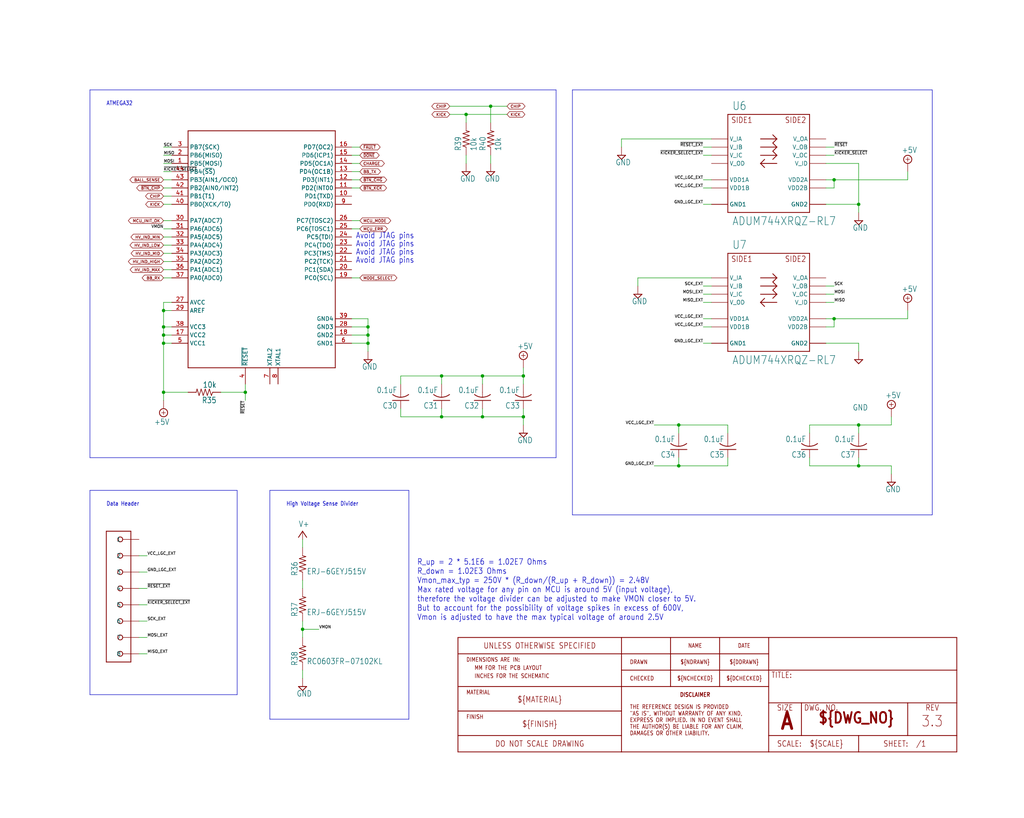
<source format=kicad_sch>
(kicad_sch (version 20230121) (generator eeschema)
  (paper "User" 318.084 254.203)
  (lib_symbols
    (symbol "kicker-eagle-import:ADUM744XRQZ-RL7"
      (property "Reference" "U" (at -11.43 19.05 0))
      (symbol "ADUM744XRQZ-RL7_1_0"
        (polyline (pts (xy -12.7 -12.7) (xy -12.7 17.78)) (stroke (width 0.254)))
        (polyline (pts (xy -12.7 17.78) (xy 12.7 17.78)) (stroke (width 0.254)))
        (polyline (pts (xy -2.54 2.54) (xy -1.27 1.27)) (stroke (width 0.254)))
        (polyline (pts (xy -2.54 2.54) (xy 2.54 2.54)) (stroke (width 0.254)))
        (polyline (pts (xy -2.54 5.08) (xy 2.54 5.08)) (stroke (width 0.254)))
        (polyline (pts (xy -2.54 7.62) (xy 2.54 7.62)) (stroke (width 0.254)))
        (polyline (pts (xy -2.54 10.16) (xy 2.54 10.16)) (stroke (width 0.254)))
        (polyline (pts (xy -1.27 3.81) (xy -2.54 2.54)) (stroke (width 0.254)))
        (polyline (pts (xy 1.27 6.35) (xy 2.54 5.08)) (stroke (width 0.254)))
        (polyline (pts (xy 1.27 8.89) (xy 2.54 7.62)) (stroke (width 0.254)))
        (polyline (pts (xy 1.27 11.43) (xy 2.54 10.16)) (stroke (width 0.254)))
        (polyline (pts (xy 2.54 5.08) (xy 1.27 3.81)) (stroke (width 0.254)))
        (polyline (pts (xy 2.54 7.62) (xy 1.27 6.35)) (stroke (width 0.254)))
        (polyline (pts (xy 2.54 10.16) (xy 1.27 8.89)) (stroke (width 0.254)))
        (polyline (pts (xy 12.7 -12.7) (xy -12.7 -12.7)) (stroke (width 0.254)))
        (polyline (pts (xy 12.7 17.78) (xy 12.7 -12.7)) (stroke (width 0.254)))
        (text "SIDE1" (at -11.684 14.986 0) (effects (font (size 1.778 1.5113)) (justify left bottom)))
        (text "SIDE2" (at 11.684 14.986 0) (effects (font (size 1.778 1.5113)) (justify right bottom)))
        (pin bidirectional line (at -17.78 -2.54 0) (length 5.08) (name "VDD1A") (number "1"))
        (pin bidirectional line (at 17.78 -5.08 180) (length 5.08) (name "VDD2B") (number "10"))
        (pin bidirectional line (at 17.78 2.54 180) (length 5.08) (name "V_ID") (number "11"))
        (pin bidirectional line (at 17.78 5.08 180) (length 5.08) (name "V_OC") (number "12"))
        (pin bidirectional line (at 17.78 7.62 180) (length 5.08) (name "V_OB") (number "13"))
        (pin bidirectional line (at 17.78 10.16 180) (length 5.08) (name "V_OA") (number "14"))
        (pin bidirectional line (at 17.78 -10.16 180) (length 5.08) (name "GND2") (number "15"))
        (pin bidirectional line (at 17.78 -2.54 180) (length 5.08) (name "VDD2A") (number "16"))
        (pin bidirectional line (at -17.78 -10.16 0) (length 5.08) (name "GND1") (number "2"))
        (pin bidirectional line (at -17.78 10.16 0) (length 5.08) (name "V_IA") (number "3"))
        (pin bidirectional line (at -17.78 7.62 0) (length 5.08) (name "V_IB") (number "4"))
        (pin bidirectional line (at -17.78 5.08 0) (length 5.08) (name "V_IC") (number "5"))
        (pin bidirectional line (at -17.78 2.54 0) (length 5.08) (name "V_OD") (number "6"))
        (pin bidirectional line (at -17.78 -5.08 0) (length 5.08) (name "VDD1B") (number "7"))
        (pin bidirectional line (at -17.78 -10.16 0) (length 5.08) (name "GND1") (number "8"))
        (pin bidirectional line (at 17.78 -10.16 180) (length 5.08) (name "GND2") (number "9"))
      )
    )
    (symbol "kicker-eagle-import:AT32ATQFP44"
      (symbol "AT32ATQFP44_1_0"
        (polyline (pts (xy -22.86 -35.56) (xy 22.86 -35.56)) (stroke (width 0.254)))
        (polyline (pts (xy -22.86 38.1) (xy -22.86 -35.56)) (stroke (width 0.254)))
        (polyline (pts (xy 22.86 -35.56) (xy 22.86 38.1)) (stroke (width 0.254)))
        (polyline (pts (xy 22.86 38.1) (xy -22.86 38.1)) (stroke (width 0.254)))
        (pin bidirectional line (at 27.94 -25.4 180) (length 5.08) (name "PB5(MOSI)") (number "1"))
        (pin bidirectional line (at -27.94 -15.24 0) (length 5.08) (name "PD1(TXD)") (number "10"))
        (pin bidirectional line (at -27.94 -17.78 0) (length 5.08) (name "PD2(INT00") (number "11"))
        (pin bidirectional line (at -27.94 -20.32 0) (length 5.08) (name "PD3(INT1)") (number "12"))
        (pin bidirectional line (at -27.94 -22.86 0) (length 5.08) (name "PD4(OC1B)") (number "13"))
        (pin bidirectional line (at -27.94 -25.4 0) (length 5.08) (name "PD5(OC1A)") (number "14"))
        (pin bidirectional line (at -27.94 -27.94 0) (length 5.08) (name "PD6(ICP1)") (number "15"))
        (pin bidirectional line (at -27.94 -30.48 0) (length 5.08) (name "PD7(OC2)") (number "16"))
        (pin bidirectional line (at 27.94 27.94 180) (length 5.08) (name "VCC2") (number "17"))
        (pin bidirectional line (at -27.94 27.94 0) (length 5.08) (name "GND2") (number "18"))
        (pin bidirectional line (at -27.94 10.16 0) (length 5.08) (name "PC0(SCL)") (number "19"))
        (pin bidirectional line (at 27.94 -27.94 180) (length 5.08) (name "PB6(MISO)") (number "2"))
        (pin bidirectional line (at -27.94 7.62 0) (length 5.08) (name "PC1(SDA)") (number "20"))
        (pin bidirectional line (at -27.94 5.08 0) (length 5.08) (name "PC2(TCK)") (number "21"))
        (pin bidirectional line (at -27.94 2.54 0) (length 5.08) (name "PC3(TMS)") (number "22"))
        (pin bidirectional line (at -27.94 0 0) (length 5.08) (name "PC4(TDO)") (number "23"))
        (pin bidirectional line (at -27.94 -2.54 0) (length 5.08) (name "PC5(TDI)") (number "24"))
        (pin bidirectional line (at -27.94 -5.08 0) (length 5.08) (name "PC6(TOSC1)") (number "25"))
        (pin bidirectional line (at -27.94 -7.62 0) (length 5.08) (name "PC7(TOSC2)") (number "26"))
        (pin bidirectional line (at 27.94 17.78 180) (length 5.08) (name "AVCC") (number "27"))
        (pin bidirectional line (at -27.94 25.4 0) (length 5.08) (name "GND3") (number "28"))
        (pin bidirectional line (at 27.94 20.32 180) (length 5.08) (name "AREF") (number "29"))
        (pin bidirectional line (at 27.94 -30.48 180) (length 5.08) (name "PB7(SCK)") (number "3"))
        (pin bidirectional line (at 27.94 -7.62 180) (length 5.08) (name "PA7(ADC7)") (number "30"))
        (pin bidirectional line (at 27.94 -5.08 180) (length 5.08) (name "PA6(ADC6)") (number "31"))
        (pin bidirectional line (at 27.94 -2.54 180) (length 5.08) (name "PA5(ADC5)") (number "32"))
        (pin bidirectional line (at 27.94 0 180) (length 5.08) (name "PA4(ADC4)") (number "33"))
        (pin bidirectional line (at 27.94 2.54 180) (length 5.08) (name "PA3(ADC3)") (number "34"))
        (pin bidirectional line (at 27.94 5.08 180) (length 5.08) (name "PA2(ADC2)") (number "35"))
        (pin bidirectional line (at 27.94 7.62 180) (length 5.08) (name "PA1(ADC1)") (number "36"))
        (pin bidirectional line (at 27.94 10.16 180) (length 5.08) (name "PA0(ADC0)") (number "37"))
        (pin bidirectional line (at 27.94 25.4 180) (length 5.08) (name "VCC3") (number "38"))
        (pin bidirectional line (at -27.94 22.86 0) (length 5.08) (name "GND4") (number "39"))
        (pin bidirectional line (at 5.08 43.18 270) (length 5.08) (name "~{RESET}") (number "4"))
        (pin bidirectional line (at 27.94 -12.7 180) (length 5.08) (name "PB0(XCK/T0)") (number "40"))
        (pin bidirectional line (at 27.94 -15.24 180) (length 5.08) (name "PB1(T1)") (number "41"))
        (pin bidirectional line (at 27.94 -17.78 180) (length 5.08) (name "PB2(AIN0/INT2)") (number "42"))
        (pin bidirectional line (at 27.94 -20.32 180) (length 5.08) (name "PB3(AIN1/OC0)") (number "43"))
        (pin bidirectional line (at 27.94 -22.86 180) (length 5.08) (name "PB4(~{SS})") (number "44"))
        (pin bidirectional line (at 27.94 30.48 180) (length 5.08) (name "VCC1") (number "5"))
        (pin bidirectional line (at -27.94 30.48 0) (length 5.08) (name "GND1") (number "6"))
        (pin bidirectional line (at -2.54 43.18 270) (length 5.08) (name "XTAL2") (number "7"))
        (pin bidirectional line (at -5.08 43.18 270) (length 5.08) (name "XTAL1") (number "8"))
        (pin bidirectional line (at -27.94 -12.7 0) (length 5.08) (name "PD0(RXD)") (number "9"))
      )
    )
    (symbol "kicker-eagle-import:GND" (power)
      (property "Value" "GND" (at -1.905 -3.175 0))
      (symbol "GND_1_0"
        (polyline (pts (xy -1.27 0) (xy 1.27 0)) (stroke (width 0.254)))
        (polyline (pts (xy 0 -1.27) (xy -1.27 0)) (stroke (width 0.254)))
        (polyline (pts (xy 1.27 0) (xy 0 -1.27)) (stroke (width 0.254)))
        (pin power_in line (at 0 2.54 270) (length 2.54) (name "GND") (number "1"))
      )
    )
    (symbol "kicker-eagle-import:HFW8R-1ST"
      (symbol "HFW8R-1ST_1_0"
        (circle (center -0.762 -17.78) (radius 0.762) (stroke (width 0.254)))
        (circle (center -0.762 -12.7) (radius 0.762) (stroke (width 0.254)))
        (circle (center -0.762 -7.62) (radius 0.762) (stroke (width 0.254)))
        (circle (center -0.762 -2.54) (radius 0.762) (stroke (width 0.254)))
        (circle (center -0.762 2.54) (radius 0.762) (stroke (width 0.254)))
        (circle (center -0.762 7.62) (radius 0.762) (stroke (width 0.254)))
        (circle (center -0.762 12.7) (radius 0.762) (stroke (width 0.254)))
        (circle (center -0.762 17.78) (radius 0.762) (stroke (width 0.254)))
        (polyline (pts (xy -5.08 -20.32) (xy 2.54 -20.32)) (stroke (width 0.254)))
        (polyline (pts (xy -5.08 20.32) (xy -5.08 -20.32)) (stroke (width 0.254)))
        (polyline (pts (xy 2.54 -20.32) (xy 2.54 20.32)) (stroke (width 0.254)))
        (polyline (pts (xy 2.54 20.32) (xy -5.08 20.32)) (stroke (width 0.254)))
        (pin passive line (at 5.08 17.78 180) (length 5.08) (name "1") (number "1"))
        (pin passive line (at 5.08 12.7 180) (length 5.08) (name "2") (number "2"))
        (pin passive line (at 5.08 7.62 180) (length 5.08) (name "3") (number "3"))
        (pin passive line (at 5.08 2.54 180) (length 5.08) (name "4") (number "4"))
        (pin passive line (at 5.08 -2.54 180) (length 5.08) (name "5") (number "5"))
        (pin passive line (at 5.08 -7.62 180) (length 5.08) (name "6") (number "6"))
        (pin passive line (at 5.08 -12.7 180) (length 5.08) (name "7") (number "7"))
        (pin passive line (at 5.08 -17.78 180) (length 5.08) (name "8") (number "8"))
      )
      (symbol "HFW8R-1ST_2_0"
        (pin passive line (at -2.54 -2.54 90) (length 2.54) (name "LEG1") (number "LEG1"))
        (pin passive line (at 2.54 -2.54 90) (length 2.54) (name "LEG2") (number "LEG2"))
      )
    )
    (symbol "kicker-eagle-import:RO_FRAME_A_L_20161226"
      (symbol "RO_FRAME_A_L_20161226_1_0"
        (polyline (pts (xy 0 43.18) (xy 3.81 43.18)))
        (polyline (pts (xy 0 86.36) (xy 3.81 86.36)))
        (polyline (pts (xy 0 129.54) (xy 3.81 129.54)))
        (polyline (pts (xy 0 172.72) (xy 3.81 172.72)))
        (polyline (pts (xy 3.81 3.81) (xy 3.81 212.09)))
        (polyline (pts (xy 46.5667 0) (xy 46.5667 3.81)))
        (polyline (pts (xy 93.1333 0) (xy 93.1333 3.81)))
        (polyline (pts (xy 139.7 0) (xy 139.7 3.81)))
        (polyline (pts (xy 186.2667 0) (xy 186.2667 3.81)))
        (polyline (pts (xy 232.8333 0) (xy 232.8333 3.81)))
        (polyline (pts (xy 275.59 212.09) (xy 3.81 212.09)))
        (polyline (pts (xy 0 0) (xy 279.4 0) (xy 279.4 215.9) (xy 0 215.9) (xy 0 0)))
        (text "1" (at 23.2833 213.995 0) (effects (font (size 2.54 2.286))))
        (text "2" (at 69.85 213.995 0) (effects (font (size 2.54 2.286))))
        (text "3" (at 116.4167 213.995 0) (effects (font (size 2.54 2.286))))
        (text "4" (at 162.9833 213.995 0) (effects (font (size 2.54 2.286))))
        (text "5" (at 209.55 213.995 0) (effects (font (size 2.54 2.286))))
        (text "6" (at 256.1167 213.995 0) (effects (font (size 2.54 2.286))))
        (text "A" (at 1.905 194.31 0) (effects (font (size 2.54 2.286))))
        (text "B" (at 1.905 151.13 0) (effects (font (size 2.54 2.286))))
        (text "C" (at 1.905 107.95 0) (effects (font (size 2.54 2.286))))
        (text "D" (at 1.905 64.77 0) (effects (font (size 2.54 2.286))))
        (text "E" (at 1.905 21.59 0) (effects (font (size 2.54 2.286))))
      )
      (symbol "RO_FRAME_A_L_20161226_2_0"
        (polyline (pts (xy 0 0) (xy 0 5.08)) (stroke (width 0.254)))
        (polyline (pts (xy 0 5.08) (xy 0 12.7)) (stroke (width 0.254)))
        (polyline (pts (xy 0 12.7) (xy 0 20.32)) (stroke (width 0.254)))
        (polyline (pts (xy 0 12.7) (xy 50.8 12.7)) (stroke (width 0.254)))
        (polyline (pts (xy 0 20.32) (xy 0 30.48)) (stroke (width 0.254)))
        (polyline (pts (xy 0 30.48) (xy 0 35.56)) (stroke (width 0.254)))
        (polyline (pts (xy 0 30.48) (xy 50.8 30.48)) (stroke (width 0.254)))
        (polyline (pts (xy 0 35.56) (xy 50.8 35.56)) (stroke (width 0.254)))
        (polyline (pts (xy 50.8 0) (xy 0 0)) (stroke (width 0.254)))
        (polyline (pts (xy 50.8 5.08) (xy 0 5.08)) (stroke (width 0.254)))
        (polyline (pts (xy 50.8 5.08) (xy 50.8 0)) (stroke (width 0.254)))
        (polyline (pts (xy 50.8 12.7) (xy 50.8 5.08)) (stroke (width 0.254)))
        (polyline (pts (xy 50.8 20.32) (xy 0 20.32)) (stroke (width 0.254)))
        (polyline (pts (xy 50.8 20.32) (xy 50.8 12.7)) (stroke (width 0.254)))
        (polyline (pts (xy 50.8 20.32) (xy 50.8 25.4)) (stroke (width 0.254)))
        (polyline (pts (xy 50.8 25.4) (xy 50.8 30.48)) (stroke (width 0.254)))
        (polyline (pts (xy 50.8 25.4) (xy 96.52 25.4)) (stroke (width 0.254)))
        (polyline (pts (xy 50.8 30.48) (xy 96.52 30.48)) (stroke (width 0.254)))
        (polyline (pts (xy 50.8 35.56) (xy 50.8 30.48)) (stroke (width 0.254)))
        (polyline (pts (xy 50.8 35.56) (xy 66.04 35.56)) (stroke (width 0.254)))
        (polyline (pts (xy 66.04 20.32) (xy 50.8 20.32)) (stroke (width 0.254)))
        (polyline (pts (xy 66.04 35.56) (xy 66.04 20.32)) (stroke (width 0.254)))
        (polyline (pts (xy 66.04 35.56) (xy 81.28 35.56)) (stroke (width 0.254)))
        (polyline (pts (xy 81.28 20.32) (xy 66.04 20.32)) (stroke (width 0.254)))
        (polyline (pts (xy 81.28 35.56) (xy 81.28 20.32)) (stroke (width 0.254)))
        (polyline (pts (xy 81.28 35.56) (xy 96.52 35.56)) (stroke (width 0.254)))
        (polyline (pts (xy 96.52 0) (xy 50.8 0)) (stroke (width 0.254)))
        (polyline (pts (xy 96.52 0) (xy 96.52 5.08)) (stroke (width 0.254)))
        (polyline (pts (xy 96.52 5.08) (xy 96.52 15.24)) (stroke (width 0.254)))
        (polyline (pts (xy 96.52 5.08) (xy 106.68 5.08)) (stroke (width 0.254)))
        (polyline (pts (xy 96.52 15.24) (xy 96.52 20.32)) (stroke (width 0.254)))
        (polyline (pts (xy 96.52 15.24) (xy 106.68 15.24)) (stroke (width 0.254)))
        (polyline (pts (xy 96.52 20.32) (xy 81.28 20.32)) (stroke (width 0.254)))
        (polyline (pts (xy 96.52 20.32) (xy 96.52 25.4)) (stroke (width 0.254)))
        (polyline (pts (xy 96.52 25.4) (xy 96.52 30.48)) (stroke (width 0.254)))
        (polyline (pts (xy 96.52 25.4) (xy 154.94 25.4)) (stroke (width 0.254)))
        (polyline (pts (xy 96.52 30.48) (xy 96.52 35.56)) (stroke (width 0.254)))
        (polyline (pts (xy 96.52 35.56) (xy 154.94 35.56)) (stroke (width 0.254)))
        (polyline (pts (xy 106.68 5.08) (xy 124.46 5.08)) (stroke (width 0.254)))
        (polyline (pts (xy 106.68 15.24) (xy 106.68 5.08)) (stroke (width 0.254)))
        (polyline (pts (xy 106.68 15.24) (xy 139.7 15.24)) (stroke (width 0.254)))
        (polyline (pts (xy 124.46 0) (xy 96.52 0)) (stroke (width 0.254)))
        (polyline (pts (xy 124.46 5.08) (xy 124.46 0)) (stroke (width 0.254)))
        (polyline (pts (xy 124.46 5.08) (xy 139.7 5.08)) (stroke (width 0.254)))
        (polyline (pts (xy 139.7 5.08) (xy 154.94 5.08)) (stroke (width 0.254)))
        (polyline (pts (xy 139.7 15.24) (xy 139.7 5.08)) (stroke (width 0.254)))
        (polyline (pts (xy 139.7 15.24) (xy 154.94 15.24)) (stroke (width 0.254)))
        (polyline (pts (xy 154.94 0) (xy 124.46 0)) (stroke (width 0.254)))
        (polyline (pts (xy 154.94 5.08) (xy 154.94 0)) (stroke (width 0.254)))
        (polyline (pts (xy 154.94 15.24) (xy 154.94 5.08)) (stroke (width 0.254)))
        (polyline (pts (xy 154.94 25.4) (xy 154.94 15.24)) (stroke (width 0.254)))
        (polyline (pts (xy 154.94 35.56) (xy 154.94 25.4)) (stroke (width 0.254)))
        (text "${#}/${##}" (at 142.24 2.54 0) (effects (font (size 1.778 1.5113)) (justify left)))
        (text "${DCHECKED}" (at 88.9 22.86 0) (effects (font (size 1.27 1.0795))))
        (text "${DDRAWN}" (at 88.9 27.94 0) (effects (font (size 1.27 1.0795))))
        (text "${DWG_NO}" (at 111.76 8.636 0) (effects (font (size 3.302 2.8067) (thickness 0.5613) bold) (justify left bottom)))
        (text "${FINISH}" (at 25.4 7.62 0) (effects (font (size 1.778 1.5113)) (justify bottom)))
        (text "${MATERIAL}" (at 25.4 15.24 0) (effects (font (size 1.778 1.5113)) (justify bottom)))
        (text "${NCHECKED}" (at 73.66 22.86 0) (effects (font (size 1.27 1.0795))))
        (text "${NDRAWN}" (at 73.66 27.94 0) (effects (font (size 1.27 1.0795))))
        (text "${REV}" (at 147.32 7.62 0) (effects (font (size 3.302 2.8067)) (justify bottom)))
        (text "${SCALE}" (at 109.22 2.54 0) (effects (font (size 1.778 1.5113)) (justify left)))
        (text "${TITLE}" (at 104.14 20.32 0) (effects (font (size 3.302 2.8067)) (justify left)))
        (text "A" (at 99.822 6.604 0) (effects (font (size 5.08 4.318) (thickness 0.8636) bold) (justify left bottom)))
        (text "CHECKED" (at 53.34 22.86 0) (effects (font (size 1.27 1.0795)) (justify left)))
        (text "DATE" (at 88.9 33.02 0) (effects (font (size 1.27 1.0795))))
        (text "DIMENSIONS ARE IN:" (at 2.54 27.94 0) (effects (font (size 1.27 1.0795)) (justify left bottom)))
        (text "DISCLAIMER" (at 73.66 17.78 0) (effects (font (size 1.27 1.0795) (thickness 0.2159) bold)))
        (text "DO NOT SCALE DRAWING" (at 25.4 2.54 0) (effects (font (size 1.778 1.5113))))
        (text "DRAWN" (at 53.34 27.94 0) (effects (font (size 1.27 1.0795)) (justify left)))
        (text "DWG. NO." (at 107.442 12.7 0) (effects (font (size 1.778 1.5113)) (justify left bottom)))
        (text "FINISH" (at 2.54 10.16 0) (effects (font (size 1.27 1.0795)) (justify left bottom)))
        (text "INCHES FOR THE SCHEMATIC" (at 5.08 22.86 0) (effects (font (size 1.27 1.0795)) (justify left bottom)))
        (text "MATERIAL" (at 2.54 17.78 0) (effects (font (size 1.27 1.0795)) (justify left bottom)))
        (text "MM FOR THE PCB LAYOUT" (at 5.08 25.4 0) (effects (font (size 1.27 1.0795)) (justify left bottom)))
        (text "NAME" (at 73.66 33.02 0) (effects (font (size 1.27 1.0795))))
        (text "REV" (at 147.32 12.7 0) (effects (font (size 1.778 1.5113)) (justify bottom)))
        (text "SCALE:" (at 99.06 2.54 0) (effects (font (size 1.778 1.5113)) (justify left)))
        (text "SHEET:" (at 132.08 2.54 0) (effects (font (size 1.778 1.5113)) (justify left)))
        (text "SIZE" (at 101.6 12.7 0) (effects (font (size 1.778 1.5113)) (justify bottom)))
        (text "THE REFERENCE DESIGN IS PROVIDED\n\"AS IS\", WITHOUT WARRANTY OF ANY KIND,\nEXPRESS OR IMPLIED. IN NO EVENT SHALL\nTHE AUTHOR(S) BE LIABLE FOR ANY CLAIM,\nDAMAGES OR OTHER LIABILITY." (at 53.34 5.08 0) (effects (font (size 1.27 1.0795)) (justify left bottom)))
        (text "TITLE:" (at 97.282 22.86 0) (effects (font (size 1.778 1.5113)) (justify left bottom)))
        (text "UNLESS OTHERWISE SPECIFIED" (at 25.4 33.02 0) (effects (font (size 1.778 1.5113))))
      )
    )
    (symbol "kicker-eagle-import:V+" (power)
      (property "Value" "V+" (at -1.27 1.27 0))
      (symbol "V+_1_0"
        (polyline (pts (xy 0 0) (xy -1.27 -1.905)) (stroke (width 0.254)))
        (polyline (pts (xy 1.27 -1.905) (xy 0 0)) (stroke (width 0.254)))
        (pin power_in line (at 0 -2.54 90) (length 2.54) (name "V+") (number "1"))
      )
    )
    (symbol "kicker-eagle-import:rcl_C-USC0603"
      (property "Reference" "C" (at 1.016 0.635 0))
      (symbol "rcl_C-USC0603_1_0"
        (arc (start 0 -1.0161) (mid -1.302 -1.2303) (end -2.4668 -1.8504) (stroke (width 0.254)))
        (polyline (pts (xy -2.54 0) (xy 2.54 0)) (stroke (width 0.254)))
        (polyline (pts (xy 0 -1.016) (xy 0 -2.54)) (stroke (width 0.1524)))
        (arc (start 2.4892 -1.8541) (mid 1.3158 -1.2194) (end 0 -1) (stroke (width 0.254)))
        (pin passive line (at 0 2.54 270) (length 2.54) (name "1") (number "1"))
        (pin passive line (at 0 -5.08 90) (length 2.54) (name "2") (number "2"))
      )
    )
    (symbol "kicker-eagle-import:rcl_R-US_R0603"
      (property "Reference" "R" (at -3.81 1.4986 0))
      (symbol "rcl_R-US_R0603_1_0"
        (polyline (pts (xy -2.54 0) (xy -2.159 1.016)) (stroke (width 0.2032)))
        (polyline (pts (xy -2.159 1.016) (xy -1.524 -1.016)) (stroke (width 0.2032)))
        (polyline (pts (xy -1.524 -1.016) (xy -0.889 1.016)) (stroke (width 0.2032)))
        (polyline (pts (xy -0.889 1.016) (xy -0.254 -1.016)) (stroke (width 0.2032)))
        (polyline (pts (xy -0.254 -1.016) (xy 0.381 1.016)) (stroke (width 0.2032)))
        (polyline (pts (xy 0.381 1.016) (xy 1.016 -1.016)) (stroke (width 0.2032)))
        (polyline (pts (xy 1.016 -1.016) (xy 1.651 1.016)) (stroke (width 0.2032)))
        (polyline (pts (xy 1.651 1.016) (xy 2.286 -1.016)) (stroke (width 0.2032)))
        (polyline (pts (xy 2.286 -1.016) (xy 2.54 0)) (stroke (width 0.2032)))
        (pin passive line (at -5.08 0 0) (length 2.54) (name "1") (number "1"))
        (pin passive line (at 5.08 0 180) (length 2.54) (name "2") (number "2"))
      )
    )
    (symbol "kicker-eagle-import:rcl_R-US_R0805"
      (property "Reference" "R" (at -3.81 1.4986 0))
      (symbol "rcl_R-US_R0805_1_0"
        (polyline (pts (xy -2.54 0) (xy -2.159 1.016)) (stroke (width 0.2032)))
        (polyline (pts (xy -2.159 1.016) (xy -1.524 -1.016)) (stroke (width 0.2032)))
        (polyline (pts (xy -1.524 -1.016) (xy -0.889 1.016)) (stroke (width 0.2032)))
        (polyline (pts (xy -0.889 1.016) (xy -0.254 -1.016)) (stroke (width 0.2032)))
        (polyline (pts (xy -0.254 -1.016) (xy 0.381 1.016)) (stroke (width 0.2032)))
        (polyline (pts (xy 0.381 1.016) (xy 1.016 -1.016)) (stroke (width 0.2032)))
        (polyline (pts (xy 1.016 -1.016) (xy 1.651 1.016)) (stroke (width 0.2032)))
        (polyline (pts (xy 1.651 1.016) (xy 2.286 -1.016)) (stroke (width 0.2032)))
        (polyline (pts (xy 2.286 -1.016) (xy 2.54 0)) (stroke (width 0.2032)))
        (pin passive line (at -5.08 0 0) (length 2.54) (name "1") (number "1"))
        (pin passive line (at 5.08 0 180) (length 2.54) (name "2") (number "2"))
      )
    )
    (symbol "kicker-eagle-import:supply2_+5V" (power)
      (property "Value" "supply2_+5V" (at -1.905 3.175 0))
      (symbol "supply2_+5V_1_0"
        (polyline (pts (xy -0.635 1.27) (xy 0.635 1.27)) (stroke (width 0.1524)))
        (polyline (pts (xy 0 0.635) (xy 0 1.905)) (stroke (width 0.1524)))
        (circle (center 0 1.27) (radius 1.27) (stroke (width 0.254)))
        (pin power_in line (at 0 -2.54 90) (length 2.54) (name "+5V") (number "1"))
      )
    )
  )
  (junction (at 210.82 144.78))
  (junction (at 114.3 104.14))
  (junction (at 266.7 63.5))
  (junction (at 114.3 101.6))
  (junction (at 137.16 129.54))
  (junction (at 50.8 121.92))
  (junction (at 144.78 35.56))
  (junction (at 50.8 104.14))
  (junction (at 114.3 106.68))
  (junction (at 259.08 55.88))
  (junction (at 259.08 99.06))
  (junction (at 266.7 144.78))
  (junction (at 93.98 195.58))
  (junction (at 210.82 132.08))
  (junction (at 162.56 116.84))
  (junction (at 149.86 116.84))
  (junction (at 50.8 96.52))
  (junction (at 50.8 106.68))
  (junction (at 50.8 101.6))
  (junction (at 76.2 121.92))
  (junction (at 266.7 132.08))
  (junction (at 149.86 129.54))
  (junction (at 152.4 33.02))
  (junction (at 162.56 129.54))
  (junction (at 137.16 116.84))
  (wire (pts (xy 93.98 208.28) (xy 93.98 210.82)) (stroke (width 0.1524)))
  (polyline (pts (xy 172.72 27.94) (xy 27.94 27.94)) (stroke (width 0.1524) (type solid)))
  (wire (pts (xy 144.78 38.1) (xy 144.78 35.56)) (stroke (width 0.1524)))
  (wire (pts (xy 144.78 35.56) (xy 139.7 35.56)) (stroke (width 0.1524)))
  (wire (pts (xy 50.8 96.52) (xy 50.8 101.6)) (stroke (width 0.1524)))
  (wire (pts (xy 109.22 58.42) (xy 111.76 58.42)) (stroke (width 0.1524)))
  (wire (pts (xy 251.46 132.08) (xy 266.7 132.08)) (stroke (width 0.1524)))
  (wire (pts (xy 259.08 55.88) (xy 281.94 55.88)) (stroke (width 0.1524)))
  (wire (pts (xy 109.22 45.72) (xy 111.76 45.72)) (stroke (width 0.1524)))
  (wire (pts (xy 93.98 195.58) (xy 99.06 195.58)) (stroke (width 0.1524)))
  (wire (pts (xy 114.3 106.68) (xy 114.3 104.14)) (stroke (width 0.1524)))
  (wire (pts (xy 281.94 55.88) (xy 281.94 53.34)) (stroke (width 0.1524)))
  (wire (pts (xy 149.86 127) (xy 149.86 129.54)) (stroke (width 0.1524)))
  (wire (pts (xy 266.7 109.22) (xy 266.7 106.68)) (stroke (width 0.1524)))
  (wire (pts (xy 50.8 106.68) (xy 50.8 121.92)) (stroke (width 0.1524)))
  (wire (pts (xy 137.16 119.38) (xy 137.16 116.84)) (stroke (width 0.1524)))
  (wire (pts (xy 109.22 104.14) (xy 114.3 104.14)) (stroke (width 0.1524)))
  (wire (pts (xy 53.34 104.14) (xy 50.8 104.14)) (stroke (width 0.1524)))
  (wire (pts (xy 53.34 45.72) (xy 50.8 45.72)) (stroke (width 0.1524)))
  (wire (pts (xy 152.4 38.1) (xy 152.4 33.02)) (stroke (width 0.1524)))
  (wire (pts (xy 162.56 116.84) (xy 162.56 119.38)) (stroke (width 0.1524)))
  (wire (pts (xy 53.34 50.8) (xy 50.8 50.8)) (stroke (width 0.1524)))
  (wire (pts (xy 220.98 99.06) (xy 218.44 99.06)) (stroke (width 0.1524)))
  (wire (pts (xy 137.16 129.54) (xy 149.86 129.54)) (stroke (width 0.1524)))
  (wire (pts (xy 162.56 116.84) (xy 162.56 114.3)) (stroke (width 0.1524)))
  (wire (pts (xy 53.34 101.6) (xy 50.8 101.6)) (stroke (width 0.1524)))
  (wire (pts (xy 124.46 119.38) (xy 124.46 116.84)) (stroke (width 0.1524)))
  (wire (pts (xy 210.82 142.24) (xy 210.82 144.78)) (stroke (width 0.1524)))
  (wire (pts (xy 93.98 170.18) (xy 93.98 167.64)) (stroke (width 0.1524)))
  (polyline (pts (xy 289.56 27.94) (xy 177.8 27.94)) (stroke (width 0.1524) (type solid)))
  (wire (pts (xy 43.18 187.96) (xy 45.72 187.96)) (stroke (width 0.1524)))
  (wire (pts (xy 266.7 63.5) (xy 256.54 63.5)) (stroke (width 0.1524)))
  (wire (pts (xy 266.7 134.62) (xy 266.7 132.08)) (stroke (width 0.1524)))
  (wire (pts (xy 43.18 177.8) (xy 45.72 177.8)) (stroke (width 0.1524)))
  (wire (pts (xy 114.3 99.06) (xy 114.3 101.6)) (stroke (width 0.1524)))
  (polyline (pts (xy 172.72 142.24) (xy 172.72 27.94)) (stroke (width 0.1524) (type solid)))
  (polyline (pts (xy 73.66 215.9) (xy 73.66 152.4)) (stroke (width 0.1524) (type solid)))
  (wire (pts (xy 149.86 119.38) (xy 149.86 116.84)) (stroke (width 0.1524)))
  (wire (pts (xy 114.3 109.22) (xy 114.3 106.68)) (stroke (width 0.1524)))
  (wire (pts (xy 137.16 116.84) (xy 149.86 116.84)) (stroke (width 0.1524)))
  (wire (pts (xy 50.8 101.6) (xy 50.8 104.14)) (stroke (width 0.1524)))
  (wire (pts (xy 226.06 144.78) (xy 210.82 144.78)) (stroke (width 0.1524)))
  (wire (pts (xy 109.22 48.26) (xy 111.76 48.26)) (stroke (width 0.1524)))
  (wire (pts (xy 43.18 172.72) (xy 45.72 172.72)) (stroke (width 0.1524)))
  (wire (pts (xy 45.72 203.2) (xy 43.18 203.2)) (stroke (width 0.1524)))
  (wire (pts (xy 76.2 121.92) (xy 76.2 119.38)) (stroke (width 0.1524)))
  (wire (pts (xy 53.34 106.68) (xy 50.8 106.68)) (stroke (width 0.1524)))
  (polyline (pts (xy 177.8 27.94) (xy 177.8 160.02)) (stroke (width 0.1524) (type solid)))
  (wire (pts (xy 43.18 198.12) (xy 45.72 198.12)) (stroke (width 0.1524)))
  (wire (pts (xy 162.56 127) (xy 162.56 129.54)) (stroke (width 0.1524)))
  (wire (pts (xy 53.34 93.98) (xy 50.8 93.98)) (stroke (width 0.1524)))
  (wire (pts (xy 109.22 86.36) (xy 111.76 86.36)) (stroke (width 0.1524)))
  (wire (pts (xy 53.34 63.5) (xy 50.8 63.5)) (stroke (width 0.1524)))
  (wire (pts (xy 220.98 101.6) (xy 218.44 101.6)) (stroke (width 0.1524)))
  (wire (pts (xy 152.4 48.26) (xy 152.4 50.8)) (stroke (width 0.1524)))
  (wire (pts (xy 53.34 58.42) (xy 50.8 58.42)) (stroke (width 0.1524)))
  (wire (pts (xy 53.34 86.36) (xy 50.8 86.36)) (stroke (width 0.1524)))
  (wire (pts (xy 50.8 93.98) (xy 50.8 96.52)) (stroke (width 0.1524)))
  (wire (pts (xy 281.94 99.06) (xy 281.94 96.52)) (stroke (width 0.1524)))
  (wire (pts (xy 259.08 99.06) (xy 281.94 99.06)) (stroke (width 0.1524)))
  (wire (pts (xy 45.72 182.88) (xy 43.18 182.88)) (stroke (width 0.1524)))
  (wire (pts (xy 152.4 33.02) (xy 157.48 33.02)) (stroke (width 0.1524)))
  (wire (pts (xy 53.34 71.12) (xy 50.8 71.12)) (stroke (width 0.1524)))
  (wire (pts (xy 109.22 68.58) (xy 111.76 68.58)) (stroke (width 0.1524)))
  (wire (pts (xy 124.46 116.84) (xy 137.16 116.84)) (stroke (width 0.1524)))
  (wire (pts (xy 276.86 132.08) (xy 276.86 129.54)) (stroke (width 0.1524)))
  (wire (pts (xy 266.7 144.78) (xy 276.86 144.78)) (stroke (width 0.1524)))
  (wire (pts (xy 93.98 195.58) (xy 93.98 198.12)) (stroke (width 0.1524)))
  (wire (pts (xy 50.8 104.14) (xy 50.8 106.68)) (stroke (width 0.1524)))
  (wire (pts (xy 152.4 33.02) (xy 139.7 33.02)) (stroke (width 0.1524)))
  (wire (pts (xy 93.98 193.04) (xy 93.98 195.58)) (stroke (width 0.1524)))
  (wire (pts (xy 266.7 142.24) (xy 266.7 144.78)) (stroke (width 0.1524)))
  (wire (pts (xy 109.22 53.34) (xy 111.76 53.34)) (stroke (width 0.1524)))
  (wire (pts (xy 220.98 58.42) (xy 218.44 58.42)) (stroke (width 0.1524)))
  (wire (pts (xy 220.98 63.5) (xy 218.44 63.5)) (stroke (width 0.1524)))
  (wire (pts (xy 50.8 121.92) (xy 50.8 124.46)) (stroke (width 0.1524)))
  (wire (pts (xy 259.08 99.06) (xy 259.08 101.6)) (stroke (width 0.1524)))
  (wire (pts (xy 53.34 78.74) (xy 50.8 78.74)) (stroke (width 0.1524)))
  (wire (pts (xy 53.34 55.88) (xy 50.8 55.88)) (stroke (width 0.1524)))
  (wire (pts (xy 109.22 106.68) (xy 114.3 106.68)) (stroke (width 0.1524)))
  (wire (pts (xy 251.46 144.78) (xy 266.7 144.78)) (stroke (width 0.1524)))
  (wire (pts (xy 220.98 45.72) (xy 218.44 45.72)) (stroke (width 0.1524)))
  (wire (pts (xy 256.54 48.26) (xy 259.08 48.26)) (stroke (width 0.1524)))
  (wire (pts (xy 256.54 93.98) (xy 259.08 93.98)) (stroke (width 0.1524)))
  (wire (pts (xy 109.22 99.06) (xy 114.3 99.06)) (stroke (width 0.1524)))
  (wire (pts (xy 53.34 76.2) (xy 50.8 76.2)) (stroke (width 0.1524)))
  (wire (pts (xy 276.86 144.78) (xy 276.86 147.32)) (stroke (width 0.1524)))
  (polyline (pts (xy 83.82 152.4) (xy 83.82 223.52)) (stroke (width 0.1524) (type solid)))
  (wire (pts (xy 220.98 86.36) (xy 198.12 86.36)) (stroke (width 0.1524)))
  (wire (pts (xy 114.3 104.14) (xy 114.3 101.6)) (stroke (width 0.1524)))
  (wire (pts (xy 109.22 50.8) (xy 111.76 50.8)) (stroke (width 0.1524)))
  (wire (pts (xy 256.54 99.06) (xy 259.08 99.06)) (stroke (width 0.1524)))
  (wire (pts (xy 76.2 121.92) (xy 76.2 124.46)) (stroke (width 0.1524)))
  (wire (pts (xy 259.08 58.42) (xy 259.08 55.88)) (stroke (width 0.1524)))
  (wire (pts (xy 53.34 81.28) (xy 50.8 81.28)) (stroke (width 0.1524)))
  (polyline (pts (xy 73.66 152.4) (xy 27.94 152.4)) (stroke (width 0.1524) (type solid)))
  (polyline (pts (xy 83.82 223.52) (xy 127 223.52)) (stroke (width 0.1524) (type solid)))
  (wire (pts (xy 251.46 142.24) (xy 251.46 144.78)) (stroke (width 0.1524)))
  (wire (pts (xy 266.7 132.08) (xy 276.86 132.08)) (stroke (width 0.1524)))
  (wire (pts (xy 193.04 43.18) (xy 193.04 45.72)) (stroke (width 0.1524)))
  (wire (pts (xy 53.34 48.26) (xy 50.8 48.26)) (stroke (width 0.1524)))
  (wire (pts (xy 198.12 86.36) (xy 198.12 88.9)) (stroke (width 0.1524)))
  (polyline (pts (xy 127 152.4) (xy 83.82 152.4)) (stroke (width 0.1524) (type solid)))
  (polyline (pts (xy 27.94 142.24) (xy 172.72 142.24)) (stroke (width 0.1524) (type solid)))
  (wire (pts (xy 251.46 134.62) (xy 251.46 132.08)) (stroke (width 0.1524)))
  (wire (pts (xy 109.22 55.88) (xy 111.76 55.88)) (stroke (width 0.1524)))
  (wire (pts (xy 266.7 106.68) (xy 256.54 106.68)) (stroke (width 0.1524)))
  (wire (pts (xy 226.06 132.08) (xy 210.82 132.08)) (stroke (width 0.1524)))
  (wire (pts (xy 149.86 116.84) (xy 162.56 116.84)) (stroke (width 0.1524)))
  (wire (pts (xy 226.06 134.62) (xy 226.06 132.08)) (stroke (width 0.1524)))
  (wire (pts (xy 220.98 48.26) (xy 218.44 48.26)) (stroke (width 0.1524)))
  (wire (pts (xy 53.34 68.58) (xy 50.8 68.58)) (stroke (width 0.1524)))
  (wire (pts (xy 210.82 134.62) (xy 210.82 132.08)) (stroke (width 0.1524)))
  (wire (pts (xy 266.7 63.5) (xy 266.7 50.8)) (stroke (width 0.1524)))
  (wire (pts (xy 220.98 106.68) (xy 218.44 106.68)) (stroke (width 0.1524)))
  (wire (pts (xy 220.98 91.44) (xy 218.44 91.44)) (stroke (width 0.1524)))
  (wire (pts (xy 256.54 88.9) (xy 259.08 88.9)) (stroke (width 0.1524)))
  (wire (pts (xy 53.34 60.96) (xy 50.8 60.96)) (stroke (width 0.1524)))
  (wire (pts (xy 53.34 96.52) (xy 50.8 96.52)) (stroke (width 0.1524)))
  (wire (pts (xy 109.22 101.6) (xy 114.3 101.6)) (stroke (width 0.1524)))
  (polyline (pts (xy 177.8 160.02) (xy 289.56 160.02)) (stroke (width 0.1524) (type solid)))
  (wire (pts (xy 109.22 71.12) (xy 111.76 71.12)) (stroke (width 0.1524)))
  (wire (pts (xy 220.98 55.88) (xy 218.44 55.88)) (stroke (width 0.1524)))
  (wire (pts (xy 210.82 132.08) (xy 203.2 132.08)) (stroke (width 0.1524)))
  (wire (pts (xy 259.08 55.88) (xy 256.54 55.88)) (stroke (width 0.1524)))
  (polyline (pts (xy 27.94 152.4) (xy 27.94 215.9)) (stroke (width 0.1524) (type solid)))
  (wire (pts (xy 124.46 129.54) (xy 137.16 129.54)) (stroke (width 0.1524)))
  (wire (pts (xy 256.54 45.72) (xy 259.08 45.72)) (stroke (width 0.1524)))
  (wire (pts (xy 220.98 93.98) (xy 218.44 93.98)) (stroke (width 0.1524)))
  (polyline (pts (xy 27.94 27.94) (xy 27.94 142.24)) (stroke (width 0.1524) (type solid)))
  (wire (pts (xy 266.7 50.8) (xy 256.54 50.8)) (stroke (width 0.1524)))
  (wire (pts (xy 137.16 127) (xy 137.16 129.54)) (stroke (width 0.1524)))
  (wire (pts (xy 45.72 193.04) (xy 43.18 193.04)) (stroke (width 0.1524)))
  (wire (pts (xy 259.08 101.6) (xy 256.54 101.6)) (stroke (width 0.1524)))
  (wire (pts (xy 220.98 88.9) (xy 218.44 88.9)) (stroke (width 0.1524)))
  (wire (pts (xy 68.58 121.92) (xy 76.2 121.92)) (stroke (width 0.1524)))
  (wire (pts (xy 144.78 50.8) (xy 144.78 48.26)) (stroke (width 0.1524)))
  (wire (pts (xy 162.56 129.54) (xy 162.56 132.08)) (stroke (width 0.1524)))
  (wire (pts (xy 53.34 53.34) (xy 50.8 53.34)) (stroke (width 0.1524)))
  (wire (pts (xy 53.34 73.66) (xy 50.8 73.66)) (stroke (width 0.1524)))
  (wire (pts (xy 93.98 180.34) (xy 93.98 182.88)) (stroke (width 0.1524)))
  (wire (pts (xy 220.98 43.18) (xy 193.04 43.18)) (stroke (width 0.1524)))
  (wire (pts (xy 124.46 127) (xy 124.46 129.54)) (stroke (width 0.1524)))
  (polyline (pts (xy 289.56 160.02) (xy 289.56 27.94)) (stroke (width 0.1524) (type solid)))
  (wire (pts (xy 226.06 142.24) (xy 226.06 144.78)) (stroke (width 0.1524)))
  (wire (pts (xy 266.7 66.04) (xy 266.7 63.5)) (stroke (width 0.1524)))
  (polyline (pts (xy 127 223.52) (xy 127 152.4)) (stroke (width 0.1524) (type solid)))
  (wire (pts (xy 210.82 144.78) (xy 203.2 144.78)) (stroke (width 0.1524)))
  (wire (pts (xy 144.78 35.56) (xy 157.48 35.56)) (stroke (width 0.1524)))
  (wire (pts (xy 149.86 129.54) (xy 162.56 129.54)) (stroke (width 0.1524)))
  (wire (pts (xy 256.54 58.42) (xy 259.08 58.42)) (stroke (width 0.1524)))
  (wire (pts (xy 256.54 91.44) (xy 259.08 91.44)) (stroke (width 0.1524)))
  (wire (pts (xy 58.42 121.92) (xy 50.8 121.92)) (stroke (width 0.1524)))
  (polyline (pts (xy 27.94 215.9) (xy 73.66 215.9)) (stroke (width 0.1524) (type solid)))
  (wire (pts (xy 53.34 83.82) (xy 50.8 83.82)) (stroke (width 0.1524)))
  (text "ATMEGA32" (at 33.02 33.02 0) (effects (font (size 1.27 1.0795)) (justify left bottom)))
  (text "Data Header" (at 33.02 157.48 0) (effects (font (size 1.27 1.0795)) (justify left bottom)))
  (text "Avoid JTAG pins" (at 110.49 79.502 0) (effects (font (size 1.778 1.5113)) (justify left bottom)))
  (text "R_up = 2 * 5.1E6 = 1.02E7 Ohms\nR_down = 1.02E3 Ohms\nVmon_max_typ = 250V * (R_down/(R_up + R_down)) = 2.48V\nMax rated voltage for any pin on MCU is around 5V (input voltage),\ntherefore the voltage divider can be adjusted to make VMON closer to 5V.\nBut to account for the possibility of voltage spikes in excess of 600V,\nVmon is adjusted to have the max typical voltage of around 2.5V" (at 129.54 193.04 0) (effects (font (size 1.778 1.5113)) (justify left bottom)))
  (text "Avoid JTAG pins" (at 110.49 76.962 0) (effects (font (size 1.778 1.5113)) (justify left bottom)))
  (text "High Voltage Sense Divider" (at 88.9 157.48 0) (effects (font (size 1.27 1.0795)) (justify left bottom)))
  (text "Avoid JTAG pins" (at 110.49 74.422 0) (effects (font (size 1.778 1.5113)) (justify left bottom)))
  (text "Avoid JTAG pins" (at 110.49 82.042 0) (effects (font (size 1.778 1.5113)) (justify left bottom)))
  (label "~{RESET_EXT}" (at 218.44 45.72 180) (effects (font (size 0.889 0.889))))
  (label "GND_LGC_EXT" (at 218.44 63.5 180) (effects (font (size 0.889 0.889))))
  (label "~{KICKER_SELECT}" (at 50.8 53.34 0) (effects (font (size 0.889 0.889))))
  (label "MOSI_EXT" (at 218.44 91.44 180) (effects (font (size 0.889 0.889))))
  (label "SCK_EXT" (at 45.72 193.04 0) (effects (font (size 0.889 0.889))))
  (label "~{KICKER_SELECT}" (at 259.08 48.26 0) (effects (font (size 0.889 0.889))))
  (label "VMON" (at 99.06 195.58 0) (effects (font (size 0.889 0.889))))
  (label "MISO_EXT" (at 45.72 203.2 0) (effects (font (size 0.889 0.889))))
  (label "SCK_EXT" (at 218.44 88.9 180) (effects (font (size 0.889 0.889))))
  (label "GND_LGC_EXT" (at 218.44 106.68 180) (effects (font (size 0.889 0.889))))
  (label "~{KICKER_SELECT_EXT}" (at 45.72 187.96 0) (effects (font (size 0.889 0.889))))
  (label "~{RESET}" (at 76.2 124.46 270) (effects (font (size 0.889 0.889))))
  (label "GND_LGC_EXT" (at 203.2 144.78 180) (effects (font (size 0.889 0.889))))
  (label "MOSI_EXT" (at 45.72 198.12 0) (effects (font (size 0.889 0.889))))
  (label "MOSI" (at 50.8 50.8 0) (effects (font (size 0.889 0.889))))
  (label "VCC_LGC_EXT" (at 45.72 172.72 0) (effects (font (size 0.889 0.889))))
  (label "MISO" (at 50.8 48.26 0) (effects (font (size 0.889 0.889))))
  (label "SCK" (at 259.08 88.9 0) (effects (font (size 0.889 0.889))))
  (label "VCC_LGC_EXT" (at 203.2 132.08 180) (effects (font (size 0.889 0.889))))
  (label "GND_LGC_EXT" (at 45.72 177.8 0) (effects (font (size 0.889 0.889))))
  (label "SCK" (at 50.8 45.72 0) (effects (font (size 0.889 0.889))))
  (label "VCC_LGC_EXT" (at 218.44 99.06 180) (effects (font (size 0.889 0.889))))
  (label "MOSI" (at 259.08 91.44 0) (effects (font (size 0.889 0.889))))
  (label "MISO" (at 259.08 93.98 0) (effects (font (size 0.889 0.889))))
  (label "VMON" (at 50.8 71.12 180) (effects (font (size 0.889 0.889))))
  (label "MISO_EXT" (at 218.44 93.98 180) (effects (font (size 0.889 0.889))))
  (label "~{KICKER_SELECT_EXT}" (at 218.44 48.26 180) (effects (font (size 0.889 0.889))))
  (label "~{RESET}" (at 259.08 45.72 0) (effects (font (size 0.889 0.889))))
  (label "VCC_LGC_EXT" (at 218.44 58.42 180) (effects (font (size 0.889 0.889))))
  (label "VCC_LGC_EXT" (at 218.44 55.88 180) (effects (font (size 0.889 0.889))))
  (label "~{RESET_EXT}" (at 45.72 182.88 0) (effects (font (size 0.889 0.889))))
  (label "VCC_LGC_EXT" (at 218.44 101.6 180) (effects (font (size 0.889 0.889))))
  (global_label "MCU_INIT_OK" (shape bidirectional) (at 50.8 68.58 180) (effects (font (size 0.889 0.889))) (property "Intersheetrefs" "${INTERSHEET_REFS}" (effects hide)))
  (global_label "KICK" (shape bidirectional) (at 157.48 35.56 0) (effects (font (size 0.889 0.889))) (property "Intersheetrefs" "${INTERSHEET_REFS}" (effects hide)))
  (global_label "MCU_ERR" (shape bidirectional) (at 111.76 71.12 0) (effects (font (size 0.889 0.889))) (property "Intersheetrefs" "${INTERSHEET_REFS}" (effects hide)))
  (global_label "MODE_SELECT" (shape bidirectional) (at 111.76 86.36 0) (effects (font (size 0.889 0.889))) (property "Intersheetrefs" "${INTERSHEET_REFS}" (effects hide)))
  (global_label "~{DONE}" (shape bidirectional) (at 111.76 48.26 0) (effects (font (size 0.889 0.889))) (property "Intersheetrefs" "${INTERSHEET_REFS}" (effects hide)))
  (global_label "KICK" (shape bidirectional) (at 139.7 35.56 180) (effects (font (size 0.889 0.889))) (property "Intersheetrefs" "${INTERSHEET_REFS}" (effects hide)))
  (global_label "HV_IND_MID" (shape bidirectional) (at 50.8 78.74 180) (effects (font (size 0.889 0.889))) (property "Intersheetrefs" "${INTERSHEET_REFS}" (effects hide)))
  (global_label "CHIP" (shape bidirectional) (at 157.48 33.02 0) (effects (font (size 0.889 0.889))) (property "Intersheetrefs" "${INTERSHEET_REFS}" (effects hide)))
  (global_label "HV_IND_MIN" (shape bidirectional) (at 50.8 73.66 180) (effects (font (size 0.889 0.889))) (property "Intersheetrefs" "${INTERSHEET_REFS}" (effects hide)))
  (global_label "CHARGE" (shape bidirectional) (at 111.76 50.8 0) (effects (font (size 0.889 0.889))) (property "Intersheetrefs" "${INTERSHEET_REFS}" (effects hide)))
  (global_label "KICK" (shape bidirectional) (at 50.8 63.5 180) (effects (font (size 0.889 0.889))) (property "Intersheetrefs" "${INTERSHEET_REFS}" (effects hide)))
  (global_label "MCU_MODE" (shape bidirectional) (at 111.76 68.58 0) (effects (font (size 0.889 0.889))) (property "Intersheetrefs" "${INTERSHEET_REFS}" (effects hide)))
  (global_label "~{BTN_CHG}" (shape bidirectional) (at 111.76 55.88 0) (effects (font (size 0.889 0.889))) (property "Intersheetrefs" "${INTERSHEET_REFS}" (effects hide)))
  (global_label "CHIP" (shape bidirectional) (at 50.8 60.96 180) (effects (font (size 0.889 0.889))) (property "Intersheetrefs" "${INTERSHEET_REFS}" (effects hide)))
  (global_label "BB_RX" (shape bidirectional) (at 50.8 86.36 180) (effects (font (size 0.889 0.889))) (property "Intersheetrefs" "${INTERSHEET_REFS}" (effects hide)))
  (global_label "BALL_SENSE" (shape bidirectional) (at 50.8 55.88 180) (effects (font (size 0.889 0.889))) (property "Intersheetrefs" "${INTERSHEET_REFS}" (effects hide)))
  (global_label "~{FAULT}" (shape bidirectional) (at 111.76 45.72 0) (effects (font (size 0.889 0.889))) (property "Intersheetrefs" "${INTERSHEET_REFS}" (effects hide)))
  (global_label "HV_IND_MAX" (shape bidirectional) (at 50.8 83.82 180) (effects (font (size 0.889 0.889))) (property "Intersheetrefs" "${INTERSHEET_REFS}" (effects hide)))
  (global_label "HV_IND_HIGH" (shape bidirectional) (at 50.8 81.28 180) (effects (font (size 0.889 0.889))) (property "Intersheetrefs" "${INTERSHEET_REFS}" (effects hide)))
  (global_label "CHIP" (shape bidirectional) (at 139.7 33.02 180) (effects (font (size 0.889 0.889))) (property "Intersheetrefs" "${INTERSHEET_REFS}" (effects hide)))
  (global_label "~{BTN_KCK}" (shape bidirectional) (at 111.76 58.42 0) (effects (font (size 0.889 0.889))) (property "Intersheetrefs" "${INTERSHEET_REFS}" (effects hide)))
  (global_label "HV_IND_LOW" (shape bidirectional) (at 50.8 76.2 180) (effects (font (size 0.889 0.889))) (property "Intersheetrefs" "${INTERSHEET_REFS}" (effects hide)))
  (global_label "~{BTN_CHP}" (shape bidirectional) (at 50.8 58.42 180) (effects (font (size 0.889 0.889))) (property "Intersheetrefs" "${INTERSHEET_REFS}" (effects hide)))
  (global_label "BB_TX" (shape bidirectional) (at 111.76 53.34 0) (effects (font (size 0.889 0.889))) (property "Intersheetrefs" "${INTERSHEET_REFS}" (effects hide)))
  (symbol (lib_id "kicker-eagle-import:rcl_R-US_R0603") (at 144.78 43.18 90) (unit 1)
    (property "Reference" "R39" (at 143.2814 46.99 0) (effects (font (size 1.778 1.5113)) (justify left bottom)))
    (property "Value" "10k" (at 148.082 46.99 0) (effects (font (size 1.778 1.5113)) (justify left bottom)))
    (property "Footprint" "kicker:R0603" (effects hide))
  )
  (symbol (lib_id "kicker-eagle-import:rcl_C-USC0603") (at 266.7 139.7 180) (unit 1)
    (property "Reference" "C37" (at 265.684 140.335 0) (effects (font (size 1.778 1.5113)) (justify left bottom)))
    (property "Value" "0.1uF" (at 265.684 135.509 0) (effects (font (size 1.778 1.5113)) (justify left bottom)))
    (property "Footprint" "kicker:C0603" (effects hide))
  )
  (symbol (lib_id "kicker-eagle-import:GND") (at 144.78 53.34 0) (unit 1)
    (property "Reference" "#SUPPLY63" (effects hide))
    (property "Value" "GND" (at 142.875 56.515 0) (effects (font (size 1.778 1.5113)) (justify left bottom)))
  )
  (symbol (lib_id "kicker-eagle-import:rcl_C-USC0603") (at 149.86 124.46 180) (unit 1)
    (property "Reference" "C32" (at 148.844 125.095 0) (effects (font (size 1.778 1.5113)) (justify left bottom)))
    (property "Value" "0.1uF" (at 148.844 120.269 0) (effects (font (size 1.778 1.5113)) (justify left bottom)))
    (property "Footprint" "kicker:C0603" (effects hide))
  )
  (symbol (lib_id "kicker-eagle-import:GND") (at 93.98 213.36 0) (unit 1)
    (property "Reference" "#SUPPLY61" (effects hide))
    (property "Value" "GND" (at 92.075 216.535 0) (effects (font (size 1.778 1.5113)) (justify left bottom)))
  )
  (symbol (lib_id "kicker-eagle-import:V+") (at 93.98 165.1 0) (unit 1)
    (property "Reference" "#SUPPLY60" (effects hide))
    (property "Value" "V+" (at 92.71 163.83 0) (effects (font (size 1.778 1.5113)) (justify left bottom)))
  )
  (symbol (lib_id "kicker-eagle-import:rcl_C-USC0603") (at 210.82 139.7 180) (unit 1)
    (property "Reference" "C34" (at 209.804 140.335 0) (effects (font (size 1.778 1.5113)) (justify left bottom)))
    (property "Value" "0.1uF" (at 209.804 135.509 0) (effects (font (size 1.778 1.5113)) (justify left bottom)))
    (property "Footprint" "kicker:C0603" (effects hide))
  )
  (symbol (lib_id "kicker-eagle-import:ADUM744XRQZ-RL7") (at 238.76 53.34 0) (unit 1)
    (property "Reference" "U6" (at 227.33 34.29 0) (effects (font (size 2.54 2.159)) (justify left bottom)))
    (property "Value" "ADUM744XRQZ-RL7" (at 227.33 67.31 0) (effects (font (size 2.54 2.159)) (justify left top)))
    (property "Footprint" "kicker:SOP63P574X165-16" (effects hide))
  )
  (symbol (lib_id "kicker-eagle-import:RO_FRAME_A_L_20161226") (at 142.24 233.68 0) (unit 2)
    (property "Reference" "#FRAME6" (effects hide))
    (property "Value" "RO_FRAME_A_L_20161226" (effects hide))
    (property "REV" "3.3" (effects hide))
  )
  (symbol (lib_id "kicker-eagle-import:rcl_C-USC0603") (at 137.16 124.46 180) (unit 1)
    (property "Reference" "C31" (at 136.144 125.095 0) (effects (font (size 1.778 1.5113)) (justify left bottom)))
    (property "Value" "0.1uF" (at 136.144 120.269 0) (effects (font (size 1.778 1.5113)) (justify left bottom)))
    (property "Footprint" "kicker:C0603" (effects hide))
  )
  (symbol (lib_id "kicker-eagle-import:GND") (at 198.12 91.44 0) (unit 1)
    (property "Reference" "#SUPPLY68" (effects hide))
    (property "Value" "GND" (at 196.215 94.615 0) (effects (font (size 1.778 1.5113)) (justify left bottom)))
  )
  (symbol (lib_id "kicker-eagle-import:rcl_R-US_R0603") (at 93.98 203.2 90) (unit 1)
    (property "Reference" "R38" (at 92.4814 207.01 0) (effects (font (size 1.778 1.5113)) (justify left bottom)))
    (property "Value" "RC0603FR-07102KL" (at 95.25 206.502 90) (effects (font (size 1.778 1.5113)) (justify right top)))
    (property "Footprint" "kicker:R0603" (effects hide))
  )
  (symbol (lib_id "kicker-eagle-import:rcl_R-US_R0805") (at 93.98 187.96 90) (unit 1)
    (property "Reference" "R37" (at 92.4814 191.77 0) (effects (font (size 1.778 1.5113)) (justify left bottom)))
    (property "Value" "ERJ-6GEYJ515V" (at 95.25 191.262 90) (effects (font (size 1.778 1.5113)) (justify right top)))
    (property "Footprint" "kicker:R0805" (effects hide))
  )
  (symbol (lib_id "kicker-eagle-import:rcl_R-US_R0603") (at 152.4 43.18 90) (unit 1)
    (property "Reference" "R40" (at 150.9014 46.99 0) (effects (font (size 1.778 1.5113)) (justify left bottom)))
    (property "Value" "10k" (at 155.702 46.99 0) (effects (font (size 1.778 1.5113)) (justify left bottom)))
    (property "Footprint" "kicker:R0603" (effects hide))
  )
  (symbol (lib_id "kicker-eagle-import:supply2_+5V") (at 281.94 93.98 0) (unit 1)
    (property "Reference" "#SUPPLY74" (effects hide))
    (property "Value" "+5V" (at 280.035 90.805 0) (effects (font (size 1.778 1.5113)) (justify left bottom)))
  )
  (symbol (lib_id "kicker-eagle-import:rcl_C-USC0603") (at 124.46 124.46 180) (unit 1)
    (property "Reference" "C30" (at 123.444 125.095 0) (effects (font (size 1.778 1.5113)) (justify left bottom)))
    (property "Value" "0.1uF" (at 123.444 120.269 0) (effects (font (size 1.778 1.5113)) (justify left bottom)))
    (property "Footprint" "kicker:C0603" (effects hide))
  )
  (symbol (lib_id "kicker-eagle-import:supply2_+5V") (at 162.56 111.76 0) (unit 1)
    (property "Reference" "#SUPPLY65" (effects hide))
    (property "Value" "+5V" (at 160.655 108.585 0) (effects (font (size 1.778 1.5113)) (justify left bottom)))
  )
  (symbol (lib_id "kicker-eagle-import:supply2_+5V") (at 276.86 127 0) (unit 1)
    (property "Reference" "#SUPPLY71" (effects hide))
    (property "Value" "+5V" (at 274.955 123.825 0) (effects (font (size 1.778 1.5113)) (justify left bottom)))
  )
  (symbol (lib_id "kicker-eagle-import:rcl_C-USC0603") (at 226.06 139.7 180) (unit 1)
    (property "Reference" "C35" (at 225.044 140.335 0) (effects (font (size 1.778 1.5113)) (justify left bottom)))
    (property "Value" "0.1uF" (at 225.044 135.509 0) (effects (font (size 1.778 1.5113)) (justify left bottom)))
    (property "Footprint" "kicker:C0603" (effects hide))
  )
  (symbol (lib_id "kicker-eagle-import:GND") (at 276.86 149.86 0) (unit 1)
    (property "Reference" "#SUPPLY72" (effects hide))
    (property "Value" "GND" (at 274.955 153.035 0) (effects (font (size 1.778 1.5113)) (justify left bottom)))
  )
  (symbol (lib_id "kicker-eagle-import:rcl_R-US_R0805") (at 93.98 175.26 90) (unit 1)
    (property "Reference" "R36" (at 92.4814 179.07 0) (effects (font (size 1.778 1.5113)) (justify left bottom)))
    (property "Value" "ERJ-6GEYJ515V" (at 95.25 178.562 90) (effects (font (size 1.778 1.5113)) (justify right top)))
    (property "Footprint" "kicker:R0805" (effects hide))
  )
  (symbol (lib_id "kicker-eagle-import:GND") (at 266.7 111.76 0) (unit 1)
    (property "Reference" "#SUPPLY70" (effects hide))
    (property "Value" "GND" (at 264.795 127.635 0) (effects (font (size 1.778 1.5113)) (justify left bottom)))
  )
  (symbol (lib_id "kicker-eagle-import:rcl_C-USC0603") (at 162.56 124.46 180) (unit 1)
    (property "Reference" "C33" (at 161.544 125.095 0) (effects (font (size 1.778 1.5113)) (justify left bottom)))
    (property "Value" "0.1uF" (at 161.544 120.269 0) (effects (font (size 1.778 1.5113)) (justify left bottom)))
    (property "Footprint" "kicker:C0603" (effects hide))
  )
  (symbol (lib_id "kicker-eagle-import:ADUM744XRQZ-RL7") (at 238.76 96.52 0) (unit 1)
    (property "Reference" "U7" (at 227.33 77.47 0) (effects (font (size 2.54 2.159)) (justify left bottom)))
    (property "Value" "ADUM744XRQZ-RL7" (at 227.33 110.49 0) (effects (font (size 2.54 2.159)) (justify left top)))
    (property "Footprint" "kicker:SOP63P574X165-16" (effects hide))
  )
  (symbol (lib_id "kicker-eagle-import:rcl_C-USC0603") (at 251.46 139.7 180) (unit 1)
    (property "Reference" "C36" (at 250.444 140.335 0) (effects (font (size 1.778 1.5113)) (justify left bottom)))
    (property "Value" "0.1uF" (at 250.444 135.509 0) (effects (font (size 1.778 1.5113)) (justify left bottom)))
    (property "Footprint" "kicker:C0603" (effects hide))
  )
  (symbol (lib_id "kicker-eagle-import:supply2_+5V") (at 281.94 50.8 0) (unit 1)
    (property "Reference" "#SUPPLY73" (effects hide))
    (property "Value" "+5V" (at 280.035 47.625 0) (effects (font (size 1.778 1.5113)) (justify left bottom)))
  )
  (symbol (lib_id "kicker-eagle-import:supply2_+5V") (at 50.8 127 180) (unit 1)
    (property "Reference" "#SUPPLY59" (effects hide))
    (property "Value" "+5V" (at 52.705 130.175 0) (effects (font (size 1.778 1.5113)) (justify left bottom)))
  )
  (symbol (lib_id "kicker-eagle-import:GND") (at 266.7 68.58 0) (unit 1)
    (property "Reference" "#SUPPLY69" (effects hide))
    (property "Value" "GND" (at 264.795 71.755 0) (effects (font (size 1.778 1.5113)) (justify left bottom)))
  )
  (symbol (lib_id "kicker-eagle-import:AT32ATQFP44") (at 81.28 76.2 180) (unit 1)
    (property "Reference" "U5" (effects hide))
    (property "Value" "AT32ATQFP44" (effects hide))
    (property "Footprint" "kicker:QFP80P1200X1200X120-44" (effects hide))
  )
  (symbol (lib_id "kicker-eagle-import:GND") (at 152.4 53.34 0) (unit 1)
    (property "Reference" "#SUPPLY64" (effects hide))
    (property "Value" "GND" (at 150.495 56.515 0) (effects (font (size 1.778 1.5113)) (justify left bottom)))
  )
  (symbol (lib_id "kicker-eagle-import:GND") (at 114.3 111.76 0) (unit 1)
    (property "Reference" "#SUPPLY62" (effects hide))
    (property "Value" "GND" (at 112.395 114.935 0) (effects (font (size 1.778 1.5113)) (justify left bottom)))
  )
  (symbol (lib_id "kicker-eagle-import:rcl_R-US_R0603") (at 63.5 121.92 180) (unit 1)
    (property "Reference" "R35" (at 67.31 123.4186 0) (effects (font (size 1.778 1.5113)) (justify left bottom)))
    (property "Value" "10k" (at 67.31 118.618 0) (effects (font (size 1.778 1.5113)) (justify left bottom)))
    (property "Footprint" "kicker:R0603" (effects hide))
  )
  (symbol (lib_id "kicker-eagle-import:GND") (at 162.56 134.62 0) (unit 1)
    (property "Reference" "#SUPPLY66" (effects hide))
    (property "Value" "GND" (at 160.655 137.795 0) (effects (font (size 1.778 1.5113)) (justify left bottom)))
  )
  (symbol (lib_id "kicker-eagle-import:GND") (at 193.04 48.26 0) (unit 1)
    (property "Reference" "#SUPPLY67" (effects hide))
    (property "Value" "GND" (at 191.135 51.435 0) (effects (font (size 1.778 1.5113)) (justify left bottom)))
  )
  (symbol (lib_id "kicker-eagle-import:HFW8R-1ST") (at 38.1 185.42 0) (unit 1)
    (property "Reference" "J4" (effects hide))
    (property "Value" "HFW8R-1ST" (effects hide))
    (property "Footprint" "kicker:HFW8R-1ST" (effects hide))
  )
)
</source>
